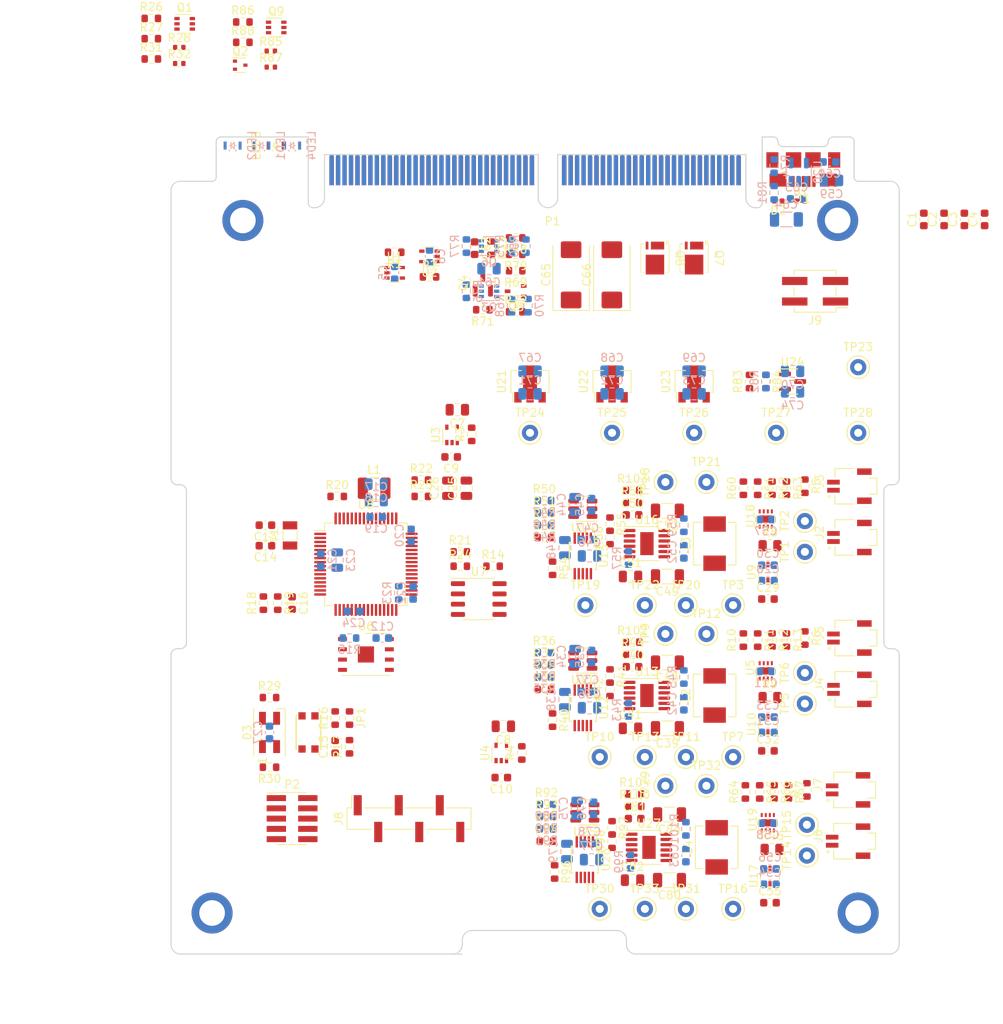
<source format=kicad_pcb>
(kicad_pcb (version 20221018) (generator pcbnew)
  (title_block (date "2023-06-25"))
  (layers (0 "F.Cu" signal) (31 "B.Cu" signal) (34 "B.Paste" user) (35 "F.Paste" user) (36 "B.SilkS" user "B.Silkscreen") (37 "F.SilkS" user "F.Silkscreen") (38 "B.Mask" user) (39 "F.Mask" user) (44 "Edge.Cuts" user))
  (net 0 "")
  (net 1 "GND")
  (net 2 "Net-(C1-Pad2)")
  (net 3 "Net-(C2-Pad2)")
  (net 4 "Net-(C3-Pad2)")
  (net 5 "Net-(C4-Pad2)")
  (net 6 "Net-(U3-V_{DD})")
  (net 7 "Net-(U4-V_{DD})")
  (net 8 "/TEMP_A")
  (net 9 "/TEMP_B")
  (net 10 "/Control/XTAL1")
  (net 11 "/Control/XTAL2")
  (net 12 "/~{RST}")
  (net 13 "/Control/VAA_ADC")
  (net 14 "/Control/VDDCORE")
  (net 15 "LED_VCC")
  (net 16 "+5VA")
  (net 17 "Net-(U12-EXT_CAP)")
  (net 18 "VAA")
  (net 19 "/Y Driver/Adjustable Buck Regulator 1/VSET")
  (net 20 "/Y Driver/Adjustable Buck Regulator 1/INTVCC")
  (net 21 "/Y Driver/Adjustable Buck Regulator 1/BST")
  (net 22 "/Y Driver/Adjustable Buck Regulator 1/SW")
  (net 23 "/Y Driver/VDRV")
  (net 24 "Net-(U15-EXT_CAP)")
  (net 25 "/X Driver/Adjustable Buck Regulator 1/VSET")
  (net 26 "/X Driver/Adjustable Buck Regulator 1/INTVCC")
  (net 27 "/X Driver/Adjustable Buck Regulator 1/BST")
  (net 28 "/X Driver/Adjustable Buck Regulator 1/SW")
  (net 29 "/X Driver/VDRV")
  (net 30 "/5V_USB")
  (net 31 "Net-(Q3A-C1)")
  (net 32 "Net-(Q6A-B1)")
  (net 33 "/VBATT")
  (net 34 "Net-(Q4-D)")
  (net 35 "Net-(J9-Pin_1)")
  (net 36 "Net-(U26-EXT_CAP)")
  (net 37 "/Z Driver/Adjustable Buck Regulator 1/VSET")
  (net 38 "/Z Driver/Adjustable Buck Regulator 1/INTVCC")
  (net 39 "/Z Driver/Adjustable Buck Regulator 1/BST")
  (net 40 "/Z Driver/Adjustable Buck Regulator 1/SW")
  (net 41 "/Z Driver/VDRV")
  (net 42 "/D-")
  (net 43 "/D+")
  (net 44 "Net-(D3-DOUT)")
  (net 45 "Net-(D3-DIN)")
  (net 47 "/X+")
  (net 48 "/X-")
  (net 49 "/X_TEMP")
  (net 50 "/Y+")
  (net 51 "/Y-")
  (net 52 "/Y_TEMP")
  (net 53 "/Z+")
  (net 54 "/Z-")
  (net 55 "/Z_TEMP")
  (net 62 "Net-(JP1-A)")
  (net 63 "/Control/VSW")
  (net 64 "Net-(LED1-K)")
  (net 65 "Net-(LED1-A)")
  (net 66 "Net-(LED2-A)")
  (net 67 "Net-(LED3-K)")
  (net 68 "Net-(LED3-A)")
  (net 69 "Net-(LED4-K)")
  (net 70 "Net-(LED4-A)")
  (net 71 "/Control/SWDIO")
  (net 72 "/Control/SWCLK")
  (net 76 "Net-(Q1A-C1)")
  (net 77 "Net-(Q1B-B2)")
  (net 78 "Net-(Q1A-B1)")
  (net 79 "Net-(Q3B-B2)")
  (net 80 "Net-(Q3A-B1)")
  (net 81 "Net-(Q4-G)")
  (net 82 "Net-(Q4-S)")
  (net 83 "Net-(Q5-B)")
  (net 84 "Net-(Q6A-C1)")
  (net 85 "/Power/~{HRST}")
  (net 86 "Net-(Q7-G)")
  (net 87 "Net-(Q8-G)")
  (net 88 "Net-(Q9B-B2)")
  (net 89 "Net-(Q9A-B1)")
  (net 90 "/TX_4")
  (net 91 "Net-(R1-Pad2)")
  (net 92 "Net-(R2-Pad2)")
  (net 93 "/X Driver/OUT1_SEN")
  (net 94 "/Y Driver/OUT1_SEN")
  (net 95 "/~{Y_HB_SLEEP}")
  (net 96 "Net-(U5-~{SLEEP})")
  (net 97 "/Y_PH_EN")
  (net 98 "Net-(U5-PH)")
  (net 99 "/Y_HB_PH")
  (net 100 "Net-(U5-EN)")
  (net 101 "Net-(U7-~{RESET})")
  (net 102 "/Control/QSPI{slash}CS")
  (net 103 "Net-(SW1-A)")
  (net 104 "/Control/WDT_WDI")
  (net 105 "/~{FAULT}")
  (net 106 "/Control/MISO")
  (net 107 "Net-(U8-PB17)")
  (net 108 "/RX")
  (net 109 "Net-(U8-PB23)")
  (net 110 "/Control/RX_DEBUG")
  (net 111 "LED_PWR")
  (net 112 "/Control/NEOPIXEL_DIN")
  (net 113 "Net-(Q2-B)")
  (net 114 "Net-(Q2-C)")
  (net 115 "/MOSI")
  (net 116 "Net-(U12-SCK)")
  (net 117 "/SCK")
  (net 118 "Net-(U12-DIN)")
  (net 119 "/~{Y_SYNC}")
  (net 120 "Net-(U12-~{SYNC})")
  (net 121 "Net-(U11-DIN)")
  (net 122 "Net-(U11-SCK)")
  (net 123 "Net-(U11-~{SYNC})")
  (net 124 "Net-(U12-SDO)")
  (net 125 "/Y Driver/Adjustable Buck Regulator 1/DAC_VOUT")
  (net 126 "/Y Driver/Adjustable Buck Regulator 1/DPOT_IN")
  (net 127 "/Y_REG_EN")
  (net 128 "Net-(U13-PGOOD)")
  (net 129 "/Z Driver/OUT1_SEN")
  (net 130 "Net-(U15-SCK)")
  (net 131 "Net-(U15-DIN)")
  (net 132 "/~{X_SYNC}")
  (net 133 "Net-(U15-~{SYNC})")
  (net 134 "Net-(U14-DIN)")
  (net 135 "Net-(U14-SCK)")
  (net 136 "Net-(U14-~{SYNC})")
  (net 137 "Net-(U15-SDO)")
  (net 138 "/X Driver/Adjustable Buck Regulator 1/DAC_VOUT")
  (net 139 "/X Driver/Adjustable Buck Regulator 1/DPOT_IN")
  (net 140 "/X_REG_EN")
  (net 141 "Net-(U16-PGOOD)")
  (net 142 "/~{X_HB_SLEEP}")
  (net 143 "Net-(U18-~{SLEEP})")
  (net 144 "/X_PH_EN")
  (net 145 "Net-(U18-PH)")
  (net 146 "/X_HB_PH")
  (net 147 "Net-(U18-EN)")
  (net 148 "/~{Z_HB_SLEEP}")
  (net 149 "Net-(U19-~{SLEEP})")
  (net 150 "/Z_PH_EN")
  (net 151 "Net-(U19-PH)")
  (net 152 "/Z_HB_PH")
  (net 153 "Net-(U19-EN)")
  (net 154 "/HARD_RESET")
  (net 155 "/PWR_EN")
  (net 156 "Net-(U20-~{EN})")
  (net 157 "Net-(U20-~{FLG})")
  (net 158 "Net-(U24-REF)")
  (net 159 "Net-(U26-SCK)")
  (net 160 "Net-(U26-DIN)")
  (net 161 "/~{Z_SYNC}")
  (net 162 "Net-(U26-~{SYNC})")
  (net 163 "Net-(U25-DIN)")
  (net 164 "Net-(U25-SCK)")
  (net 165 "Net-(U25-~{SYNC})")
  (net 166 "Net-(U26-SDO)")
  (net 167 "/Z Driver/Adjustable Buck Regulator 1/DAC_VOUT")
  (net 168 "/Z Driver/Adjustable Buck Regulator 1/DPOT_IN")
  (net 169 "/Z_REG_EN")
  (net 170 "Net-(U27-PGOOD)")
  (net 171 "/X_VRSEN")
  (net 172 "/Y_VRSEN")
  (net 173 "/Z_VRSEN")
  (net 176 "/RX_4")
  (net 181 "/Control/QSPI{slash}DATA1")
  (net 182 "/Control/QSPI{slash}DATA2")
  (net 183 "/Control/QSPI{slash}DATA0")
  (net 184 "/Control/QSPI{slash}SCK")
  (net 185 "/Control/QSPI{slash}DATA3")
  (net 186 "Net-(U7-~{MR})")
  (net 188 "/Control/AIN6")
  (net 189 "/Control/PA12")
  (net 190 "/Control/PA14")
  (net 191 "/Control/PA15")
  (net 192 "/Control/PA16")
  (net 193 "/TX")
  (net 194 "/Control/PA20")
  (net 195 "/Control/TX_DEBUG")
  (net 297 "Net-(R102-Pad2)")
  (net 298 "Net-(R103-Pad2)")
  (net 299 "Net-(R104-Pad2)")
  (net 300 "+3V3D")
  (net 301 "+3V3A")
  (net 302 "+1V65A")
  (footprint "Resistor_SMD:R_0603_1608Metric" (layer "F.Cu") (at 135.127999 81.534 90)
    (fp_text reference "R83")
    (fp_text value "12.4k")
  )
  (footprint "TestPoint:TestPoint_Keystone_5000-5004_Miniature" (layer "F.Cu") (at 142.24 140.208 90)
    (fp_text reference "TP14")
    (fp_text value "${NET_NAME(1)}")
  )
  (footprint "Inductor_SMD:L_Vishay_IHLP-2020" (layer "F.Cu") (at 130.81 101.6 90)
    (fp_text reference "L3")
    (fp_text value "2.2uH")
  )
  (footprint "Resistor_SMD:R_0603_1608Metric" (layer "F.Cu") (at 99.314 102.616)
    (fp_text reference "R21")
    (fp_text value "10k")
  )
  (footprint "Resistor_SMD:R_0603_1608Metric" (layer "F.Cu") (at 136.144 113.538 -90)
    (fp_text reference "R11")
    (fp_text value "1k")
  )
  (footprint "TestPoint:TestPoint_Keystone_5000-5004_Miniature" (layer "F.Cu") (at 116.586 128.016)
    (fp_text reference "TP10")
    (fp_text value "${NET_NAME(1)}")
  )
  (footprint "Resistor_SMD:R_0603_1608Metric" (layer "F.Cu") (at 120.65 96.52)
    (fp_text reference "R58")
    (fp_text value "100k")
  )
  (footprint "SierraLobo:SAMTEC_T1M-02-F-SH-L-K" (layer "F.Cu") (at 145.703 100.838 90)
    (fp_text reference "J2")
    (fp_text value "T1M-02-F-SH-L")
  )
  (footprint "Resistor_SMD:R_0603_1608Metric" (layer "F.Cu") (at 137.922 113.538 -90)
    (fp_text reference "R12")
    (fp_text value "1k")
  )
  (footprint "Resistor_SMD:R_0603_1608Metric" (layer "F.Cu") (at 109.728 116.586)
    (fp_text reference "R37")
    (fp_text value "1k")
  )
  (footprint "Capacitor_SMD:C_0603_1608Metric" (layer "F.Cu") (at 120.904 135.636)
    (fp_text reference "C81")
    (fp_text value "100pF")
  )
  (footprint "Capacitor_SMD:C_0603_1608Metric" (layer "F.Cu") (at 159.228 61.468 90)
    (fp_text reference "C2")
    (fp_text value "0.1uF")
  )
  (footprint "Resistor_SMD:R_0603_1608Metric" (layer "F.Cu") (at 109.982 133.858)
    (fp_text reference "R92")
    (fp_text value "1k")
  )
  (footprint "Resistor_SMD:R_0805_2012Metric" (layer "F.Cu") (at 137.668 120.65)
    (fp_text reference "R9")
    (fp_text value "${R_sense}")
  )
  (footprint "Connector_PinHeader_1.27mm:PinHeader_2x05_P1.27mm_Vertical_SMD" (layer "F.Cu") (at 78.486 135.636)
    (fp_text reference "P2")
    (fp_text value "FTSH-105-01-F-DV-K-TR")
  )
  (footprint "Capacitor_SMD:C_0603_1608Metric" (layer "F.Cu") (at 83.82 126.746 90)
    (fp_text reference "C15")
    (fp_text value "0.1uF")
  )
  (footprint "Resistor_SMD:R_0603_1608Metric" (layer "F.Cu") (at 95.504 68.58)
    (fp_text reference "R2")
    (fp_text value "1k")
  )
  (footprint "Resistor_SMD:R_0603_1608Metric" (layer "F.Cu") (at 139.954 132.334 -90)
    (fp_text reference "R67")
    (fp_text value "1k")
  )
  (footprint "TestPoint:TestPoint_Keystone_5000-5004_Miniature" (layer "F.Cu") (at 118.11 87.884)
    (fp_text reference "TP25")
    (fp_text value "${NET_NAME(1)}")
  )
  (footprint "LED_SMD:LED_SK6812MINI_PLCC4_3.5x3.5mm_P1.75mm" (layer "F.Cu") (at 75.692 124.968 90)
    (fp_text reference "D3")
    (fp_text value "SK6812MINI")
  )
  (footprint "Package_TO_SOT_SMD:SOT-523" (layer "F.Cu") (at 72.06 42.374)
    (fp_text reference "Q2")
    (fp_text value "MMBT3906T")
  )
  (footprint "Resistor_SMD:R_0603_1608Metric" (layer "F.Cu") (at 142.24 132.08 90)
    (fp_text reference "R7")
    (fp_text value "10k")
  )
  (footprint "Resistor_SMD:R_0603_1608Metric" (layer "F.Cu") (at 75.692 129.273 180)
    (fp_text reference "R30")
    (fp_text value "10k")
  )
  (footprint "Capacitor_SMD:C_0603_1608Metric" (layer "F.Cu") (at 75.184 99.314 180)
    (fp_text reference "C13")
    (fp_text value "8pF")
  )
  (footprint "Capacitor_SMD:C_1206_3216Metric" (layer "F.Cu") (at 125.222 135.128 180)
    (fp_text reference "C84")
    (fp_text value "22uF")
  )
  (footprint "Capacitor_SMD:C_0603_1608Metric" (layer "F.Cu") (at 101.092001 65.023999 -90)
    (fp_text reference "C62")
    (fp_text value "0.1uF")
  )
  (footprint "Resistor_SMD:R_0603_1608Metric" (layer "F.Cu") (at 103.124001 65.023999 -90)
    (fp_text reference "R73")
    (fp_text value "100k")
  )
  (footprint "SierraLobo:SAMTEC_T1M-02-F-SH-L-K" (layer "F.Cu") (at 145.703 119.634 90)
    (fp_text reference "J4")
    (fp_text value "T1M-02-F-SH-L")
  )
  (footprint "Package_TO_SOT_SMD:TSOT-23-6" (layer "F.Cu") (at 114.742 134.874 180)
    (fp_text reference "U25")
    (fp_text value "DAC121S101Q")
  )
  (footprint "SierraLobo:PG-TSDSON-8_3.3x3.3mm" (layer "F.Cu") (at 128.27 66.2515 180)
    (fp_text reference "Q7")
    (fp_text value "BSZ180" hide)
  )
  (footprint "TestPoint:TestPoint_Keystone_5000-5004_Miniature" (layer "F.Cu") (at 122.174 109.22)
    (fp_text reference "TP22")
    (fp_text value "${NET_NAME(1)}")
  )
  (footprint "Resistor_SMD:R_0603_1608Metric" (layer "F.Cu") (at 91.186 65.531999 180)
    (fp_text reference "R1")
    (fp_text value "1k")
  )
  (footprint "SierraLobo:125mil_hole" (layer "F.Cu") (at 148.59 147.32)
    (fp_text reference "H4" hide)
    (fp_text value "SLI-Backplane-Blank-Card-KiCad:125mil_hole" hide)
  )
  (footprint "Resistor_SMD:R_0603_1608Metric" (layer "F.Cu") (at 120.65 115.316)
    (fp_text reference "R44")
    (fp_text value "100k")
  )
  (footprint "TestPoint:TestPoint_Keystone_5000-5004_Miniature" (layer "F.Cu") (at 129.794 131.572)
    (fp_text reference "TP32")
    (fp_text value "${NET_NAME(1)}")
  )
  (footprint "TestPoint:TestPoint_Keystone_5000-5004_Miniature" (layer "F.Cu") (at 122.174 146.812)
    (fp_text reference "TP33")
    (fp_text value "${NET_NAME(1)}")
  )
  (footprint "Package_SO:MSOP-10_3x3mm_P0.5mm" (layer "F.Cu") (at 114.488 121.92 -90)
    (fp_text reference "U12")
    (fp_text value "AD5270BRM")
  )
  (footprint "SierraLobo:SAMTEC_T1M-02-F-SH-L-K" (layer "F.Cu") (at 145.542 132.08 90)
    (fp_text reference "J7")
    (fp_text value "T1M-02-F-SH-L")
  )
  (footprint "Resistor_SMD:R_0603_1608Metric" (layer "F.Cu") (at 134.366 94.742 90)
    (fp_text reference "R60")
    (fp_text value "100k")
  )
  (footprint "Resistor_SMD:R_0603_1608Metric" (layer "F.Cu") (at 72.39 39.544)
    (fp_text reference "R88")
    (fp_text value "10k")
  )
  (footprint "Capacitor_SMD:C_0603_1608Metric" (layer "F.Cu") (at 78.486 108.966 -90)
    (fp_text reference "C16")
    (fp_text value "0.1uF")
  )
  (footprint "Resistor_SMD:R_0603_1608Metric" (layer "F.Cu") (at 109.982 135.382)
    (fp_text reference "R93")
    (fp_text value "1k")
  )
  (footprint "Resistor_SMD:R_0603_1608Metric" (layer "F.Cu") (at 74.93 108.966 90)
    (fp_text reference "R18")
    (fp_text value "330k")
  )
  (footprint "Resistor_SMD:R_0402_1005Metric" (layer "F.Cu") (at 64.514 42.164)
    (fp_text reference "R32")
    (fp_text value "1.5k")
  )
  (footprint "TestPoint:TestPoint_Keystone_5000-5004_Miniature" (layer "F.Cu") (at 122.174 128.016)
    (fp_text reference "TP13")
    (fp_text value "${NET_NAME(1)}")
  )
  (footprint "Resistor_SMD:R_0603_1608Metric" (layer "F.Cu") (at 102.108001 72.644001 180)
    (fp_text reference "R71")
    (fp_text value "1k")
  )
  (footprint "Resistor_SMD:R_0603_1608Metric" (layer "F.Cu") (at 139.7 94.742 -90)
    (fp_text reference "R63")
    (fp_text value "1k")
  )
  (footprint "Package_TO_SOT_SMD:SOT-353_SC-70-5" (layer "F.Cu") (at 91.186 68.072)
    (fp_text reference "U1")
    (fp_text value "74LVC1G17")
  )
  (footprint "TestPoint:TestPoint_Keystone_5000-5004_Miniature" (layer "F.Cu") (at 124.714 93.98 90)
    (fp_text reference "TP18")
    (fp_text value "${NET_NAME(1)}")
  )
  (footprint "Resistor_SMD:R_0603_1608Metric" (layer "F.Cu") (at 109.728 100.838)
    (fp_text reference "R52")
    (fp_text value "1k")
  )
  (footprint "Capacitor_SMD:C_1206_3216Metric" (layer "F.Cu") (at 124.968 97.536 180)
    (fp_text reference "C53")
    (fp_text value "22uF")
  )
  (footprint "TestPoint:TestPoint_Keystone_5000-5004_Miniature" (layer "F.Cu") (at 141.986 102.616 90)
    (fp_text reference "TP1")
    (fp_text value "${NET_NAME(1)}")
  )
  (footprint "Capacitor_SMD:C_0805_2012Metric" (layer "F.Cu") (at 120.65 143.256)
    (fp_text reference "C82")
    (fp_text value "1uF")
  )
  (footprint "Resistor_SMD:R_0603_1608Metric" (layer "F.Cu") (at 120.904 132.588)
    (fp_text reference "R104")
    (fp_text value "0")
  )
  (footprint "TestPoint:TestPoint_Keystone_5000-5004_Miniature" (layer "F.Cu") (at 148.59 79.756)
    (fp_text reference "TP23")
    (fp_text value "${NET_NAME(1)}")
  )
  (footprint "TestPoint:TestPoint_Keystone_5000-5004_Miniature" (layer "F.Cu") (at 127.254 109.22)
    (fp_text reference "TP20")
    (fp_text value "${NET_NAME(1)}")
  )
  (footprint "Resistor_SMD:R_0603_1608Metric" (layer "F.Cu") (at 109.728 99.314)
    (fp_text reference "R53")
    (fp_text value "10k")
  )
  (footprint "Package_TO_SOT_SMD:SOT-323_SC-70" (layer "F.Cu") (at 106.172 70.358 180)
    (fp_text reference "Q5")
    (fp_text value "MMBT4401WT1G")
  )
  (footprint "Resistor_SMD:R_0603_1608Metric" (layer "F.Cu") (at 84.074 95.758)
    (fp_text reference "R20")
    (fp_text value "10k")
  )
  (footprint "Capacitor_SMD:C_0603_1608Metric" (layer "F.Cu") (at 75.184 101.854 180)
    (fp_text reference "C14")
    (fp_text value "8pF")
  )
  (footprint "Resistor_SMD:R_0603_1608Metric" (layer "F.Cu") (at 85.598 126.746 90)
    (fp_text reference "R17")
    (fp_text value "10k")
  )
  (footprint "Package_TO_SOT_SMD:TSOT-23-6" (layer "F.Cu") (at 114.488 97.282 180)
    (fp_text reference "U14")
    (fp_text value "DAC121S101Q")
  )
  (footprint "Resistor_SMD:R_0402_1005Metric" (layer "F.Cu") (at 64.514 40.174)
    (fp_text reference "R28")
    (fp_text value "1.5k")
  )
  (footprint "Resistor_SMD:R_0603_1608Metric" (layer "F.Cu") (at 117.856 99.188 -90)
    (fp_text reference "R55")
    (fp_text value "0")
  )
  (footprint "Resistor_SMD:R_0603_1608Metric" (layer "F.Cu") (at 120.65 94.996)
    (fp_text reference "R103")
    (fp_text value "0")
  )
  (footprint "Resistor_SMD:R_0603_1608Metric" (layer "F.Cu") (at 106.172001 72.898)
    (fp_text reference "R72")
    (fp_text value "100k")
  )
  (footprint "Package_TO_SOT_SMD:SOT-363_SC-70-6" (layer "F.Cu") (at 137.414 105.156 90)
    (fp_text reference "U9")
    (fp_text value "INA199A2xDCK")
  )
  (footprint "TestPoint:TestPoint_Keystone_5000-5004_Miniature" (layer "F.Cu") (at 128.27 87.884)
    (fp_text reference "TP26")
    (fp_text value "${NET_NAME(1)}")
  )
  (footprint "Inductor_SMD:L_Vishay_IHLP-2020" (layer "F.Cu") (at 130.81 120.396 90)
    (fp_text reference "L2")
    (fp_text value "2.2uH")
  )
  (footprint "TestPoint:TestPoint_Keystone_5000-5004_Miniature" (layer "F.Cu") (at 138.43 87.884)
    (fp_text reference "TP27")
    (fp_text value "${NET_NAME(1)}")
  )
  (footprint "SierraLobo:ZX62-AB-5PA(31)" (layer "F.Cu") (at 141.789 51.302 180)
    (fp_text reference "J1")
    (fp_text value "ZX62-AB-5PA(31)")
  )
  (footprint "TestPoint:TestPoint_Keystone_5000-5004_Miniature" (layer "F.Cu") (at 141.986 121.412 90)
    (fp_text reference "TP5")
    (fp_text value "${NET_NAME(1)}")
  )
  (footprint "SierraLobo:SAMTEC_T1M-02-F-SH-L-K" (layer "F.Cu") (at 145.542 138.43 90)
    (fp_text reference "J6")
    (fp_text value "T1M-02-F-SH-L")
  )
  (footprint "Resistor_SMD:R_0603_1608Metric" (layer "F.Cu") (at 109.728 96.266)
    (fp_text reference "R50")
    (fp_text value "1k")
  )
  (footprint "Resistor_SMD:R_0603_1608Metric" (layer "F.Cu") (at 141.987 94.488 -90)
    (fp_text reference "R5")
    (fp_text value "10k")
  )
  (footprint "Resistor_SMD:R_0805_2012Metric" (layer "F.Cu") (at 137.922 139.446)
    (fp_text reference "R46")
    (fp_text value "${R_sense}")
  )
  (footprint "SierraLobo:Crystal_SMD_3215-2Pin_3.2x1.5mm" (layer "F.Cu") (at 78.232 100.584 90)
    (fp_text reference "Y1")
    (fp_text value "32.768kHz")
  )
  (footprint "Package_SON:WSON-8-1EP_2x2mm_P0.5mm_EP0.9x1.6mm" (layer "F.Cu") (at 137.395 136.144 90)
    (fp_text reference "U19")
    (fp_text value "DRV8838DSGT")
  )
  (footprint "Package_TO_SOT_SMD:SOT-353_SC-70-5" (layer "F.Cu") (at 98.298 88.138 90)
    (fp_text reference "U3")
    (fp_text value "MCP9700AT-E/LT")
  )
  (footprint "Package_TO_SOT_SMD:SOT-363_SC-70-6" (layer "F.Cu") (at 76.52 37.704)
    (fp_text reference "Q9")
    (fp_text value "MMDT2222A")
  )
  (footprint "SierraLobo:APA2107x" (layer "F.Cu") (at 76.454 52.324 90)
    (fp_text reference "LED3")
    (fp_text value "GREEN")
  )
  (footprint "Resistor_SMD:R_0603_1608Metric" (layer "F.Cu") (at 134.366 113.538 90)
    (fp_text reference "R10")
    (fp_text value "100k")
  )
  (footprint "SierraLobo:125mil_hole" (layer "F.Cu") (at 68.58 147.32)
    (fp_text reference "H3" hide)
    (fp_text value "SLI-Backplane-Blank-Card-KiCad:125mil_hole" hide)
  )
  (footprint "Resistor_SMD:R_0603_1608Metric" (layer "F.Cu") (at 110.744 104.648 -90)
    (fp_text reference "R54")
    (fp_text value "10k")
  )
  (footprint "SierraLobo:HSEC8-160-CARD-EDGE" (layer "F.Cu") (at 108.983811 53.43716)
    (fp_text reference "P1")
    (fp_text value "Card Edge for HSEC8-160-01-S-DV-A-K-TR")
  )
  (footprint "TestPoint:TestPoint_Keystone_5000-5004_Miniature" (layer "F.Cu") (at 141.986 117.602 90)
    (fp_text reference "TP6")
    (fp_text value "${NET_NAME(1)}")
  )
  (footprint "TestPoint:TestPoint_Keystone_5000-5004_Miniature" (layer "F.Cu") (at 114.808 109.22)
    (fp_text reference "TP19")
    (fp_text value "${NET_NAME(1)}")
  )
  (footprint "Resistor_SMD:R_0603_1608Metric" (layer "F.Cu") (at 109.982 138.43)
    (fp_text reference "R94")
    (fp_text value "1k")
  )
  (footprint "Connector_PinHeader_2.54mm:PinHeader_1x06_P2.54mm_Vertical_SMD_Pin1Right" (layer "F.Cu") (at 92.964 135.636 90)
    (fp_text reference "J8")
    (fp_text value "Conn_01x06")
  )
  (footprint "Capacitor_SMD:C_0603_1608Metric" (layer "F.Cu") (at 137.414 127.254)
    (fp_text reference "C32")
    (fp_text value "0.1uF")
  )
  (footprint "Resistor_SMD:R_0603_1608Metric" (layer "F.Cu") (at 85.598 123.19 -90)
    (fp_text reference "JP1")
    (fp_text value "Wire Cut Jumper")
  )
  (footprint "Resistor_SMD:R_0603_1608Metric" (layer "F.Cu") (at 61.054 36.584)
    (fp_text reference "R26")
    (fp_text value "10k")
  )
  (footprint "Resistor_SMD:R_0603_1608Metric" (layer "F.Cu") (at 110.744 123.444 -90)
    (fp_text reference "R40")
    (fp_text value "10k")
  )
  (footprint "Capacitor_SMD:C_0805_2012Metric" (layer "F.Cu") (at 97.79 94.742 90)
    (fp_text reference "C26")
    (fp_text value "10uF")
  )
  (footprint "Resistor_SMD:R_0603_1608Metric" (layer "F.Cu") (at 61.054 39.094)
    (fp_text reference "R27")
    (fp_text value "10k")
  )
  (footprint "Capacitor_Tantalum_SMD:CP_EIA-7343-43_Kemet-X" (layer "F.Cu") (at 118.086 68.326 90)
    (fp_text reference "C66")
    (fp_text value "47uF")
  )
  (footprint "TestPoint:TestPoint_Keystone_5000-5004_Miniature" (layer "F.Cu") (at 129.794 112.776)
    (fp_text reference "TP12")
    (fp_text value "${NET_NAME(1)}")
  )
  (footprint "SierraLobo:125mil_hole" (layer "F.Cu") (at 146.05 61.595)
    (fp_text reference "H2" hide)
    (fp_text value "SLI-Backplane-Blank-Card-KiCad:125mil_hole" hide)
  )
  (footprint "Capacitor_Tantalum_SMD:CP_EIA-7343-43_Kemet-X" (layer "F.Cu") (at 113.0405 68.326 90)
    (fp_text reference "C65")
    (fp_text value "47uF")
  )
  (footprint "Package_DFN_QFN:DFN-8-1EP_6x5mm_P1.27mm_EP2x2mm" (layer "F.Cu") (at 87.63 115.316)
    (fp_text reference "U6")
    (fp_text value "MR25H10MDF")
  )
  (footprint "Capacitor_SMD:C_0603_1608Metric" (layer "F.Cu") (at 120.65 98.044)
    (fp_text reference "C50")
    (fp_text value "100pF")
  )
  (footprint "Resistor_SMD:R_0603_1608Metric" (layer "F.Cu") (at 106.172001 65.786 180)
    (fp_text reference "R79")
    (fp_text value "1k")
  )
  (footprint "TestPoint:TestPoint_Keystone_5000-5004_Miniature" (layer "F.Cu") (at 107.95 87.884)
    (fp_text reference "TP24")
    (fp_text value "${NET_NAME(1)}")
  )
  (footprint "TestPoint:TestPoint_Keystone_5000-5004_Miniature" (layer "F.Cu") (at 124.714 112.776 90)
    (fp_text reference "TP9")
    (fp_text value "${NET_NAME(1)}")
  )
  (footprint "Resistor_SMD:R_0603_1608Metric" (layer "F.Cu") (at 134.62 132.334 90)
    (fp_text reference "R64")
    (fp_text value "100k")
  )
  (footprint "Package_TO_SOT_SMD:SOT-23" (layer "F.Cu") (at 140.462 81.534)
    (fp_text reference "U24")
    (fp_text value "ATL431BQ")
  )
  (footprint "TestPoint:TestPoint_Keystone_5000-5004_Miniature" (layer "F.Cu") (at 124.714 131.572 90)
    (fp_text reference "TP29")
    (fp_text value "${NET_NAME(1)}")
  )
  (footprint "Package_SO:MSOP-12-1EP_3x4mm_P0.65mm_EP1.65x2.85mm" (layer "F.Cu") (at 122.428 120.396)
    (fp_text reference "U13")
    (fp_text value "LTC3600")
  )
  (footprint "Inductor_SMD:L_Vishay_IHLP-2020" (layer "F.Cu") (at 131.064 139.192 90)
    (fp_text reference "L4")
    (fp_text value "2.2uH")
  )
  (footprint "Resistor_SMD:R_0603_1608Metric" (layer "F.Cu") (at 106.172001 63.754 180)
    (fp_text reference "R78")
    (fp_text value "1k")
  )
  (footprint "Package_TO_SOT_SMD:SOT-89-3" (layer "F.Cu") (at 118.11 81.534 90)
    (fp_text reference "U22")
    (fp_text value "MCP1700T-50")
  )
  (footprint "Resistor_SMD:R_0603_1608Metric" (layer "F.Cu") (at 103.378 104.394)
    (fp_text reference "R14")
    (fp_text value "10k")
  )
  (footprint "Capacitor_SMD:C_1206_3216Metric" (layer "F.Cu") (at 124.968 105.664 180)
    (fp_text reference "C49")
    (fp_text value "22uF")
  )
  (footprint "SierraLobo:PG-TSDSON-8_3.3x3.3mm" (layer "F.Cu") (at 123.42 66.2515 180)
    (fp_text reference "Q8")
    (fp_text value "BSZ180" hide)
  )
  (footprint "Capacitor_SMD:C_0603_1608Metric" (layer "F.Cu") (at 104.394 130.555999 180)
    (fp_text reference "C10")
    (fp_text value "0.1uF")
  )
  (footprint "TestPoint:TestPoint_Keystone_5000-5004_Miniature" (layer "F.Cu") (at 142.24 136.398 90)
    (fp_text reference "TP15")
    (fp_text value "${NET_NAME(1)}")
  )
  (footprint "Package_TO_SOT_SMD:SOT-89-3" (layer "F.Cu") (at 107.95 81.534 90)
    (fp_text reference "U21")
    (fp_text value "MCP1700T-33")
  )
  (footprint "SierraLobo:SAMTEC_T1M-02-F-SH-L-K" (layer "F.Cu") (at 145.703 113.284 90)
    (fp_text reference "J5")
    (fp_text value "T1M-02-F-SH-L")
  )
  (footprint "Resistor_SMD:R_0603_1608Metric" (layer "F.Cu") (at 94.488 93.726)
    (fp_text reference "R22")
    (fp_text value "10k")
  )
  (footprint "Resistor_SMD:R_0603_1608Metric" (layer "F.Cu") (at 120.904 134.112)
    (fp_text reference "R100")
    (fp_text value "100k")
  )
  (footprint "Resistor_SMD:R_0603_1608Metric" (layer "F.Cu") (at 117.856 119.634 90)
    (fp_text reference "R42")
    (fp_text value "0")
  )
  (footprint "Resistor_SMD:R_0603_1608Metric" (layer "F.Cu") (at 72.39 37.034)
    (fp_text reference "R86")
    (fp_text value "10k")
  )
  (footprint "Resistor_SMD:R_0603_1608Metric" (layer "F.Cu") (at 109.728 118.11)
    (fp_text reference "R39")
    (fp_text value "10k")
  )
  (footprint "Package_SO:MSOP-12-1EP_3x4mm_P0.65mm_EP1.65x2.85mm" (layer "F.Cu") (at 122.682 139.192)
    (fp_text reference "U27")
    (fp_text value "LTC3600")
  )
  (footprint "Capacitor_SMD:C_0603_1608Metric" (layer "F.Cu") (at 98.186 90.866 180)
    (fp_text reference "C9")
    (fp_text value "0.1uF")
  )
  (footprint "SierraLobo:D_0402_1005Metric" (layer "F.Cu") (at 138.684 59.182 180)
    (fp_text reference "D2")
    (fp_text value "ESD321DPYR")
  )
  (footprint "Resistor_SMD:R_0603_1608Metric" (layer "F.Cu") (at 100.726 88.072 90)
    (fp_text reference "R3")
    (fp_text value "220")
  )
  (footprint "Resistor_SMD:R_0603_1608Metric" (layer "F.Cu") (at 117.856 100.838 90)
    (fp_text reference "R56")
    (fp_text value "0")
  )
  (footprint "Package_TO_SOT_SMD:SOT-353_SC-70-5" (layer "F.Cu") (at 104.394 127.508 90)
    (fp_text reference "U4")
    (fp_text value "MCP9700AT-E/LT")
  )
  (footprint "SierraLobo:D_0402_1005Metric" (layer "F.Cu") (at 141.478 59.182)
    (fp_text reference "D1")
    (fp_text value "ESD321DPYR")
  )
  (footprint "Package_TO_SOT_SMD:SOT-363_SC-70-6" (layer "F.Cu") (at 137.414 123.952 90)
    (fp_text reference "U10")
    (fp_text value "INA199A2xDCK")
  )
  (footprint "Capacitor_SMD:C_0805_2012Metric" (layer "F.Cu") (at 100.076 94.742 90)
    (fp_text reference "C25")
    (fp_text value "10uF")
  )
  (footprint "Resistor_SMD:R_0603_1608Metric" (layer "F.Cu") (at 83.82 123.19 90)
    (fp_text reference "R16")
    (fp_text value "330")
  )
  (footprint "Resistor_SMD:R_0603_1608Metric" (layer "F.Cu") (at 141.986 113.284 -90)
    (fp_text reference "R6")
    (fp_text value "10k")
  )
  (footprint "Resistor_SMD:R_0402_1005Metric" (layer "F.Cu") (at 75.85 40.624)
    (fp_text reference "R85")
    (fp_text value "1.5k")
  )
  (footprint "Resistor_SMD:R_0603_1608Metric" (layer "F.Cu") (at 117.856 117.984 -90)
    (fp_text reference "R41")
    (fp_text value "0")
  )
  (footprint "TestPoint:TestPoint_Keystone_5000-5004_Miniature" (layer "F.Cu") (at 127.254 146.812)
    (fp_text reference "TP31")
    (fp_text value "${NET_NAME(1)}")
  )
  (footprint "Resistor_SMD:R_0603_1608Metric" (layer "F.Cu") (at 75.692 120.65)
    (fp_text reference "R29")
    (fp_text value "499")
  )
  (footprint "TestPoint:TestPoint_Keystone_5000-5004_Miniature" (layer "F.Cu") (at 133.096 146.812)
    (fp_text reference "TP16")
    (fp_text value "${NET_NAME(1)}")
  )
  (footprint "Package_TO_SOT_SMD:SOT-89-3" (layer "F.Cu") (at 128.27 81.534 90)
    (fp_text reference "U23")
    (fp_text value "MCP1700T-33")
  )
  (footprint "Resistor_SMD:R_0603_1608Metric" (layer "F.Cu") (at 120.65 113.792)
    (fp_text reference "R102")
    (fp_text value "0")
  )
  (footprint "Resistor_SMD:R_0603_1608Metric" (layer "F.Cu") (at 61.054 41.604)
    (fp_text reference "R31")
    (fp_text value "10k")
  )
  (footprint "Resistor_SMD:R_0603_1608Metric" (layer "F.Cu") (at 138.176 132.334 -90)
    (fp_text reference "R66")
    (fp_text value "1k")
  )
  (footprint "TestPoint:TestPoint_Keystone_5000-5004_Miniature" (layer "F.Cu") (at 133.096 109.22)
    (fp_text reference "TP3")
    (fp_text value "${NET_NAME(1)}")
  )
  (footprint "Package_SON:WSON-8-1EP_2x2mm_P0.5mm_EP0.9x1.6mm" (layer "F.Cu") (at 137.141 117.348 90)
    (fp_text reference "U5")
    (fp_text value "DRV8838DSGT")
  )
  (footprint "Resistor_SMD:R_0603_1608Metric" (layer "F.Cu") (at 109.728 97.79)
    (fp_text reference "R51")
    (fp_text value "1k")
  )
  (footprint "TestPoint:TestPoint_Keystone_5000-5004_Miniature" (layer "F.Cu") (at 129.794 93.98)
    (fp_text reference "TP21")
    (fp_text value "${NET_NAME(1)}")
  )
  (footprint "Package_SO:SO-8_3.9x4.9mm_P1.27mm" (layer "F.Cu") (at 101.6 108.458)
    (fp_text reference "U7")
    (fp_text value "MAX708RESA-T")
  )
  (footprint "Package_TO_SOT_SMD:SOT-363_SC-70-6" (layer "F.Cu") (at 65.184 37.254)
    (fp_text reference "Q1")
    (fp_text value "MMDT2222A")
  )
  (footprint "Capacitor_SMD:C_1206_3216Metric" (layer "F.Cu") (at 125.222 143.256 180)
    (fp_text reference "C80")
    (fp_text value "22uF")
  )
  (footprint "Package_TO_SOT_SMD:TSOT-23-6" (layer "F.Cu") (at 114.488 116.078 180)
    (fp_text reference "U11")
    (fp_text value "DAC121S101Q")
  )
  (footprint "Package_TO_SOT_SMD:SOT-363_SC-70-6" (layer "F.Cu") (at 137.668 142.748 90)
    (fp_text reference "U17")
    (fp_text value "INA199A2xDCK")
  )
  (footprint "SierraLobo:SAMTEC_T1M-02-F-SH-L-K" (layer "F.Cu") (at 145.703 94.488 90)
    (fp_text reference "J3")
    (fp_text value "T1M-02-F-SH-L")
  )
  (footprint "Capacitor_SMD:C_1206_3216Metric" (layer "F.Cu") (at 124.968 116.332 180)
    (fp_text reference "C43")
    (fp_text value "22uF")
  )
  (footprint "Resistor_SMD:R_0603_1608Metric" (layer "F.Cu") (at 136.144 94.742 -90)
    (fp_text reference "R61")
    (fp_text value "1k")
  )
  (footprint "Capacitor_SMD:C_0603_1608Metric" (layer "F.Cu") (at 120.65 116.84)
    (fp_text reference "C40")
    (fp_text value "100pF")
  )
  (footprint "Resistor_SMD:R_0603_1608Metric" (layer "F.Cu") (at 110.998 142.24 -90)
    (fp_text reference "R96")
    (fp_text value "10k")
  )
  (footprint "Capacitor_SMD:C_0603_1608Metric" (layer "F.Cu") (at 164.248 61.468 90)
    (fp_text reference "C4")
    (fp_text value "0.1uF")
  )
  (footprint "Inductor_SMD:L_1210_3225Metric" (layer "F.Cu") (at 88.646 94.742)
    (fp_text reference "L1")
    (fp_text value "10uH")
  )
  (footprint "Capacitor_SMD:C_0805_2012Metric" (layer "F.Cu") (at 120.396 105.664)
    (fp_text reference "C51")
    (fp_text value "1uF")
  )
  (footprint "Package_SO:MSOP-12-1EP_3x4mm_P0.65mm_EP1.65x2.85mm" (layer "F.Cu") (at 122.428 101.6)
    (fp_text reference "U16")
    (fp_text value "LTC3600")
  )
  (footprint "Resistor_SMD:R_0603_1608Metric" (layer "F.Cu") (at 109.982 136.906)
    (fp_text reference "R95")
    (fp_text value "10k")
  )
  (footprint "Capacitor_SMD:C_0603_1608Metric" (layer "F.Cu") (at 161.738 61.468 90)
    (fp_text reference "C3")
    (fp_text value "0.1uF")
  )
  (footprint "Connector_PinHeader_2.54mm:PinHeader_2x02_P2.54mm_Vertical_SMD" (layer "F.Cu") (at 143.256 70.358 180)
    (fp_text reference "J9")
    (fp_text value "Conn_02x02_Top_Bottom")
  )
  (footprint "Resistor_SMD:R_0603_1608Metric" (layer "F.Cu") (at 99.314 104.394)
    (fp_text reference "R24")
    (fp_text value "1k")
  )
  (footprint "Capacitor_SMD:C_0603_1608Metric" (layer "F.Cu") (at 137.668 146.05)
    (fp_text reference "C55")
    (fp_text value "0.1uF")
  )
  (footprint "Resistor_SMD:R_0402_1005Metric" (layer "F.Cu") (at 75.85 42.614)
    (fp_text reference "R87")
    (fp_text value "1.5k")
  )
  (footprint "Resistor_SMD:R_0603_1608Metric" (layer "F.Cu") (at 106.934 127.508 90)
    (fp_text reference "R4")
    (fp_text value "220")
  )
  (footprint "Package_SO:MSOP-10_3x3mm_P0.5mm" (layer "F.Cu") (at 114.742 140.716 -90)
    (fp_text reference "U26")
    (fp_text value "AD5270BRM")
  )
  (footprint "Capacitor_SMD:C_0603_1608Metric" (layer "F.Cu") (at 156.718 61.468 90)
    (fp_text reference "C1")
    (fp_text value "0.1uF")
  )
  (footprint "Package_TO_SOT_SMD:SOT-353_SC-70-5" (layer "F.Cu") (at 95.504 66.04 180)
    (fp_text reference "U2")
    (fp_text value "74LVC1G17")
  )
  (footprint "TestPoint:TestPoint_Keystone_5000-5004_Miniature" (layer "F.Cu") (at 133.096 128.016)
    (fp_text reference "TP7")
    (fp_text value "${NET_NAME(1)}")
  )
  (footprint "TestPoint:TestPoint_Keystone_5000-5004_Miniature" (layer "F.Cu") (at 141.986 98.806 90)
    (fp_text reference "TP2")
    (fp_text value "${NET_NAME(1)}")
  )
  (footprint "Resistor_SMD:R_0603_1608Metric" (layer "F.Cu") (at 118.11 138.43 90)
    (fp_text reference "R98")
    (fp_text value "0")
  )
  (footprint "Capacitor_SMD:C_0805_2012Metric" (layer "F.Cu") (at 120.396 124.46)
    (fp_text reference "C41")
    (fp_text value "1uF")
  )
  (footprint "SierraLobo:125mil_hole" (layer "F.Cu") (at 72.39 61.595)
    (fp_text reference "H1" hide)
    (fp_text value "SLI-Backplane-Blank-Card-KiCad:125mil_hole" hide)
  )
  (footprint "Package_SO:MSOP-10_3x3mm_P0.5mm" (layer "F.Cu") (at 114.488 103.124 -90)
    (fp_text reference "U15")
    (fp_text value "AD5270BRM")
  )
  (footprint "TestPoint:TestPoint_Keystone_5000-5004_Miniature" (layer "F.Cu") (at 127.254 128.016)
    (fp_text reference "TP11")
    (fp_text value "${NET_NAME(1)}")
  )
  (footprint "Resistor_SMD:R_0603_1608Metric" (layer "F.Cu") (at 109.728 119.634)
    (fp_text reference "R38")
    (fp_text value "1k")
  )
  (footprint "Resistor_SMD:R_0603_1608Metric" (layer "F.Cu") (at 139.7 113.538 -90)
    (fp_text reference "R13")
    (fp_text value "1k")
  )
  (footprint "Resistor_SMD:R_0603_1608Metric" (layer "F.Cu") (at 137.159999 81.534 -90)
    (fp_text reference "R84")
    (fp_text value "4.1k")
  )
  (footprint "Package_TO_SOT_SMD:SOT-23" (layer "F.Cu") (at 102.108001 69.342 90)
    (fp_text reference "Q4")
    (fp_text value "IRLML2803")
  )
  (footprint "Resistor_SMD:R_0603_1608Metric" (layer "F.Cu") (at 109.728 115.062)
    (fp_text reference "R36")
    (fp_text value "1k")
  )
  (footprint "SierraLobo:KMR2_4.6X2.8" (layer "F.Cu") (at 80.518 124.968 90)
    (fp_text reference "SW1" hide)
    (fp_text value "KMR231NG LFS" hide)
  )
  (footprint "Capacitor_SMD:C_0805_2012Metric" (layer "F.Cu") (at 98.948 85.024 180)
    (fp_text reference "C7")
    (fp_text value "1uF")
  )
  (footprint "Resistor_SMD:R_0603_1608Metric" (layer "F.Cu") (at 137.922 94.742 -90)
    (fp_text reference "R62")
    (fp_text value "1k")
  )
  (footprint "Package_SON:WSON-8-1EP_2x2mm_P0.5mm_EP0.9x1.6mm" (layer "F.Cu") (at 137.141 98.552 90)
    (fp_text reference "U18")
    (fp_text value "DRV8838DSGT")
  )
  (footprint "Resistor_SMD:R_0603_1608Metric" (layer "F.Cu") (at 94.488 95.758)
    (fp_text reference "R25")
    (fp_text value "1k")
  )
  (footprint "Capacitor_SMD:C_0603_1608Metric" (layer "F.Cu") (at 137.414 108.458)
    (fp_text reference "C29")
    (fp_text value "0.1uF")
  )
  (footprint "Resistor_SMD:R_0603_1608Metric" (layer "F.Cu") (at 136.398 132.334 -90)
    (fp_text reference "R65")
    (fp_text value "1k")
  )
  (footprint "Resistor_SMD:R_0603_1608Metric" (layer "F.Cu") (at 76.708 108.966 -90)
    (fp_text reference "R19")
    (fp_text value "110k")
  )
  (footprint "Package_QFP:TQFP-64_10x10mm_P0.5mm" (layer "F.Cu") (at 87.63 104.14)
    (fp_text reference "U8")
    (fp_text value "ATSAMD51J20A-A")
  )
  (footprint "TestPoint:TestPoint_Keystone_5000-5004_Miniature" (layer "F.Cu") (at 116.586 146.812)
    (fp_text reference "TP30")
    (fp_text value "${NET_NAME(1)}")
  )
  (footprint "Resistor_SMD:R_0603_1608Metric" (layer "F.Cu") (at 118.11 136.78 -90)
    (fp_text reference "R97")
    (fp_text value "0")
  )
  (footprint "TestPoint:TestPoint_Keystone_5000-5004_Miniature" (layer "F.Cu") (at 148.59 87.884)
    (fp_text reference "TP28")
    (fp_text value "${NET_NAME(1)}")
  )
  (footprint "Resistor_SMD:R_0805_2012Metric" (layer "F.Cu") (at 137.668 101.854)
    (fp_text reference "R8")
    (fp_text value "${R_sense}")
  )
  (footprint "Capacitor_SMD:C_1206_3216Metric" (layer "F.Cu") (at 124.968 124.46 180)
    (fp_text reference "C39")
    (fp_text value "22uF")
  )
  (footprint "Capacitor_SMD:C_0805_2012Metric" (layer "F.Cu") (at 104.648001 124.206 180)
    (fp_text reference "C8")
    (fp_text value "1uF")
  )
  (footprint "Resistor_SMD:R_0603_1608Metric" (layer "F.Cu") (at 106.172001 67.818 180)
    (fp_text reference "R69")
    (fp_text value "100k")
  )
  (footprint "Capacitor_SMD:C_0603_1608Metric" (layer "B.Cu") (at 89.662 113.284 180)
    (fp_text reference "C12")
    (fp_text value "0.1uF")
  )
  (footprint "Capacitor_SMD:C_0805_2012Metric" (layer "B.Cu") (at 113.792 134.366 -90)
    (fp_text reference "C75")
    (fp_text value "10uF")
  )
  (footprint "Resistor_SMD:R_0603_1608Metric" (layer "B.Cu") (at 138.176 58.166 -90)
    (fp_text reference "R81")
    (fp_text value "10k")
  )
  (footprint "Resistor_SMD:R_0603_1608Metric" (layer "B.Cu") (at 105.664 64.77 -90)
    (fp_text reference "R75")
    (fp_text value "200k")
  )
  (footprint "Capacitor_SMD:C_0603_1608Metric" (layer "B.Cu") (at 75.692 124.968 -90)
    (fp_text reference "C27")
    (fp_text value "0.1uF")
  )
  (footprint "Resistor_SMD:R_0603_1608Metric" (layer "B.Cu") (at 100.076 64.77 -90)
    (fp_text reference "R77")
    (fp_text value "100k")
  )
  (footprint "Resistor_SMD:R_0603_1608Metric" (layer "B.Cu") (at 91.694 107.696 -90)
    (fp_text reference "R23")
    (fp_text value "100k")
  )
  (footprint "Capacitor_SMD:C_0603_1608Metric" (layer "B.Cu") (at 91.186 68.072 -90)
    (fp_text reference "C5")
    (fp_text value "0.1uF")
  )
  (footprint "Resistor_SMD:R_0603_1608Metric" (layer "B.Cu") (at 109.728 99.314)
    (fp_text reference "R49")
    (fp_text value "1k")
  )
  (footprint "Capacitor_SMD:C_0603_1608Metric" (layer "B.Cu") (at 82.042 103.632 90)
    (fp_text reference "C21")
    (fp_text value "0.1uF")
  )
  (footprint "Resistor_SMD:R_0603_1608Metric" (layer "B.Cu") (at 120.142 103.378 -90)
    (fp_text reference "R57")
    (fp_text value "100k")
  )
  (footprint "Capacitor_SMD:C_0603_1608Metric" (layer "B.Cu") (at 137.414 104.272 180)
    (fp_text reference "C30")
    (fp_text value "0.1uF")
  )
  (footprint "Capacitor_SMD:C_0805_2012Metric" (layer "B.Cu") (at 88.9 94.234)
    (fp_text reference "C18")
    (fp_text value "1uF")
  )
  (footprint "Capacitor_SMD:C_0603_1608Metric" (layer "B.Cu") (at 137.414 123.068 180)
    (fp_text reference "C33")
    (fp_text value "0.1uF")
  )
  (footprint "Resistor_SMD:R_0603_1608Metric" (layer "B.Cu") (at 120.142 122.174 -90)
    (fp_text reference "R43")
    (fp_text value "100k")
  )
  (footprint "Capacitor_SMD:C_0603_1608Metric" (layer "B.Cu") (at 145.034 54.356)
    (fp_text reference "C60")
    (fp_text value "0.1uF")
  )
  (footprint "Package_TO_SOT_SMD:SOT-23-5" (layer "B.Cu") (at 141.224 55.626 90)
    (fp_text reference "U20")
    (fp_text value "AP2161W")
  )
  (footprint "Resistor_SMD:R_0603_1608Metric" (layer "B.Cu") (at 107.442 64.77 -90)
    (fp_text reference "R80")
    (fp_text value "73.2k")
  )
  (footprint "Resistor_SMD:R_0603_1608Metric" (layer "B.Cu") (at 109.728 96.266)
    (fp_text reference "R47")
    (fp_text value "1k")
  )
  (footprint "SierraLobo:APA2107x" (layer "B.Cu") (at 78.486 52.324 90)
    (fp_text reference "LED4")
    (fp_text value "ORANGE")
  )
  (footprint "Capacitor_SMD:C_0603_1608Metric" (layer "B.Cu") (at 140.97 58.928 180)
    (fp_text reference "C63")
    (fp_text value "0.1uF")
  )
  (footprint "Capacitor_SMD:C_0805_2012Metric" (layer "B.Cu") (at 112.522 139.7 -90)
    (fp_text reference "C79")
    (fp_text value "1uF")
  )
  (footprint "Capacitor_SMD:C_0805_2012Metric" (layer "B.Cu") (at 140.461999 82.804)
    (fp_text reference "C74")
    (fp_text value "10uF")
  )
  (footprint "Capacitor_SMD:C_0805_2012Metric" (layer "B.Cu") (at 113.538 96.774 -90)
    (fp_text reference "C44")
    (fp_text value "10uF")
  )
  (footprint "Capacitor_SMD:C_0805_2012Metric" (layer "B.Cu") (at 115.316 121.92 180)
    (fp_text reference "C36")
    (fp_text value "10uF")
  )
  (footprint "Capacitor_SMD:C_0805_2012Metric" (layer "B.Cu") (at 128.27 83.058 180)
    (fp_text reference "C73")
    (fp_text value "1uF")
  )
  (footprint "Resistor_SMD:R_0603_1608Metric" (layer "B.Cu") (at 109.728 97.79)
    (fp_text reference "R48")
    (fp_text value "1k")
  )
  (footprint "Resistor_SMD:R_0603_1608Metric" (layer "B.Cu") (at 109.982 135.382)
    (fp_text reference "R90")
    (fp_text value "1k")
  )
  (footprint "Capacitor_SMD:C_0805_2012Metric" (layer "B.Cu") (at 107.95 80.264 180)
    (fp_text reference "C67")
    (fp_text value "1uF")
  )
  (footprint "Capacitor_SMD:C_0805_2012Metric" (layer "B.Cu") (at 145.288 56.642)
    (fp_text reference "C59")
    (fp_text value "10uF")
  )
  (footprint "Resistor_SMD:R_0603_1608Metric" (layer "B.Cu") (at 127 118.11 -90)
    (fp_text reference "R45")
    (fp_text value "100k")
  )
  (footprint "Capacitor_SMD:C_0603_1608Metric" (layer "B.Cu") (at 93.472 107.696 -90)
    (fp_text reference "C22")
    (fp_text value "0.1uF")
  )
  (footprint "Capacitor_SMD:C_0603_1608Metric" (layer "B.Cu") (at 137.141 98.618)
    (fp_text reference "C57")
    (fp_text value "0.1uF")
  )
  (footprint "Resistor_SMD:R_0603_1608Metric" (layer "B.Cu") (at 109.728 116.586)
    (fp_text reference "R34")
    (fp_text value "1k")
  )
  (footprint "Capacitor_SMD:C_0603_1608Metric" (layer "B.Cu") (at 127 102.616 -90)
    (fp_text reference "C52")
    (fp_text value "0.1uF")
  )
  (footprint "Capacitor_SMD:C_0805_2012Metric" (layer "B.Cu") (at 88.9 96.266 180)
    (fp_text reference "C17")
    (fp_text value "10uF")
  )
  (footprint "Resistor_SMD:R_0603_1608Metric" (layer "B.Cu") (at 85.598 113.284)
    (fp_text reference "R15")
    (fp_text value "10k")
  )
  (footprint "Capacitor_SMD:C_0603_1608Metric" (layer "B.Cu") (at 115.57 96.774 -90)
    (fp_text reference "C45")
    (fp_text value "0.1uF")
  )
  (footprint "Capacitor_SMD:C_0805_2012Metric" (layer "B.Cu") (at 84.074 103.632 90)
    (fp_text reference "C23")
    (fp_text value "10uF")
  )
  (footprint "Capacitor_SMD:C_0603_1608Metric" (layer "B.Cu") (at 127.254 140.208 -90)
    (fp_text reference "C83")
    (fp_text value "0.1uF")
  )
  (footprint "Capacitor_SMD:C_0805_2012Metric" (layer "B.Cu") (at 118.11 80.264 180)
    (fp_text reference "C68")
    (fp_text value "1uF")
  )
  (footprint "Capacitor_SMD:C_0603_1608Metric" (layer "B.Cu") (at 93.218 100.584 -90)
    (fp_text reference "C20")
    (fp_text value "0.1uF")
  )
  (footprint "Package_TO_SOT_SMD:SOT-363_SC-70-6" (layer "B.Cu") (at 102.87 64.77)
    (fp_text reference "Q6")
    (fp_text value "MMDT2222A")
  )
  (footprint "Resistor_SMD:R_0603_1608Metric" (layer "B.Cu") (at 107.696 72.136 90)
    (fp_text reference "R70")
    (fp_text value "100k")
  )
  (footprint "Resistor_SMD:R_0603_1608Metric" (layer "B.Cu") (at 138.176 54.864 90)
    (fp_text reference "R74")
    (fp_text value "10k")
  )
  (footprint "Capacitor_SMD:C_0603_1608Metric" (layer "B.Cu") (at 88.9 98.298)
    (fp_text reference "C19")
    (fp_text value "0.1uF")
  )
  (footprint "Capacitor_SMD:C_0603_1608Metric" (layer "B.Cu") (at 137.141 117.414)
    (fp_text reference "C11")
    (fp_text value "0.1uF")
  )
  (footprint "Resistor_SMD:R_0603_1608Metric" (layer "B.Cu") (at 109.728 115.062)
    (fp_text reference "R33")
    (fp_text value "1k")
  )
  (footprint "Capacitor_SMD:C_1206_3216Metric" (layer "B.Cu") (at 139.7 61.468 180)
    (fp_text reference "C64")
    (fp_text value "47uF")
  )
  (footprint "SierraLobo:APA2107x" (layer "B.Cu") (at 71.12 52.324 90)
    (fp_text reference "LED2")
    (fp_text value "RED")
  )
  (footprint "Capacitor_SMD:C_0603_1608Metric" (layer "B.Cu") (at 115.824 134.366 -90)
    (fp_text reference "C76")
    (fp_text value "0.1uF")
  )
  (footprint "Capacitor_SMD:C_0805_2012Metric" (layer "B.Cu") (at 128.27 80.264 180)
    (fp_text reference "C69")
    (fp_text value "1uF")
  )
  (footprint "Capacitor_SMD:C_0603_1608Metric" (layer "B.Cu") (at 95.504 66.04 90)
    (fp_text reference "C6")
    (fp_text value "0.1uF")
  )
  (footprint "Capacitor_SMD:C_0603_1608Metric" (layer "B.Cu") (at 137.668 141.864 180)
    (fp_text reference "C56")
    (fp_text value "0.1uF")
  )
  (footprint "Resistor_SMD:R_0603_1608Metric" (layer "B.Cu") (at 109.982 136.906)
    (fp_text reference "R91")
    (fp_text value "1k")
  )
  (footprint "Resistor_SMD:R_0603_1608Metric" (layer "B.Cu") (at 100.076 70.358 90)
    (fp_text reference "R76")
    (fp_text value "20k")
  )
  (footprint "Capacitor_SMD:C_0603_1608Metric" (layer "B.Cu") (at 137.414 106.172 180)
    (fp_text reference "C28")
    (fp_text value "0.01uF")
  )
  (footprint "Capacitor_SMD:C_0805_2012Metric" (layer "B.Cu") (at 140.461999 80.264)
    (fp_text reference "C70")
    (fp_text value "1uF")
  )
  (footprint "Resistor_SMD:R_0603_1608Metric" (layer "B.Cu") (at 120.396 140.97 -90)
    (fp_text reference "R99")
    (fp_text value "100k")
  )
  (footprint "Resistor_SMD:R_0603_1608Metric" (layer "B.Cu") (at 127 99.314 -90)
    (fp_text reference "R59")
    (fp_text value "100k")
  )
  (footprint "Capacitor_SMD:C_0805_2012Metric" (layer "B.Cu") (at 113.538 115.57 -90)
    (fp_text reference "C34")
    (fp_text value "10uF")
  )
  (footprint "Package_TO_SOT_SMD:SOT-363_SC-70-6" (layer "B.Cu") (at 102.87 70.358)
    (fp_text reference "Q3")
    (fp_text value "MMDT2222A")
  )
  (footprint "Resistor_SMD:R_0603_1608Metric" (layer "B.Cu") (at 109.728 118.11)
    (fp_text reference "R35")
    (fp_text value "1k")
  )
  (footprint "Capacitor_SMD:C_0603_1608Metric" (layer "B.Cu") (at 115.062 119.888 180)
    (fp_text reference "C37")
    (fp_text value "0.1uF")
  )
  (footprint "Capacitor_SMD:C_0603_1608Metric" (layer "B.Cu") (at 115.062 101.092 180)
    (fp_text reference "C47")
    (fp_text value "0.1uF")
  )
  (footprint "Capacitor_SMD:C_0603_1608Metric" (layer "B.Cu") (at 115.316 138.684 180)
    (fp_text reference "C78")
    (fp_text value "0.1uF")
  )
  (footprint "Capacitor_SMD:C_0805_2012Metric" (layer "B.Cu") (at 102.87 67.564)
    (fp_text reference "C61")
    (fp_text value "10uF")
  )
  (footprint "SierraLobo:APA2107x" (layer "B.Cu") (at 74.676 52.324 90)
    (fp_text reference "LED1")
    (fp_text value "YELLOW")
  )
  (footprint "Capacitor_SMD:C_0603_1608Metric" (layer "B.Cu") (at 115.57 115.57 -90)
    (fp_text reference "C35")
    (fp_text value "0.1uF")
  )
  (footprint "Capacitor_SMD:C_0603_1608Metric" (layer "B.Cu") (at 86.106 109.982)
    (fp_text reference "C24")
    (fp_text value "0.1uF")
  )
  (footprint "Capacitor_SMD:C_0603_1608Metric" (layer "B.Cu") (at 137.414 124.968 180)
    (fp_text reference "C31")
    (fp_text value "0.01uF")
  )
  (footprint "Resistor_SMD:R_0603_1608Metric" (layer "B.Cu") (at 127.254 136.906 -90)
    (fp_text reference "R101")
    (fp_text value "100k")
  )
  (footprint "Capacitor_SMD:C_0805_2012Metric" (layer "B.Cu") (at 112.268 102.108 -90)
    (fp_text reference "C48")
    (fp_text value "1uF")
  )
  (footprint "Capacitor_SMD:C_0805_2012Metric" (layer "B.Cu") (at 115.316 103.124 180)
    (fp_text reference "C46")
    (fp_text value "10uF")
  )
  (footprint "Capacitor_SMD:C_0603_1608Metric" (layer "B.Cu") (at 137.395 136.21)
    (fp_text reference "C58")
    (fp_text value "0.1uF")
  )
  (footprint "Resistor_SMD:R_0603_1608Metric" (layer "B.Cu") (at 105.664 72.136 -90)
    (fp_text reference "R68")
    (fp_text value "10k")
  )
  (footprint "Capacitor_SMD:C_0805_2012Metric" (layer "B.Cu") (at 112.268 120.904 -90)
    (fp_text reference "C38")
    (fp_text value "1uF")
  )
  (footprint "Capacitor_SMD:C_0603_1608Metric" (layer "B.Cu") (at 127 121.412 -90)
    (fp_text reference "C42")
    (fp_text value "0.1uF")
  )
  (footprint "Capacitor_SMD:C_0805_2012Metric" (layer "B.Cu") (at 118.11 83.058 180)
    (fp_text reference "C72")
    (fp_text value "1uF")
  )
  (footprint "Capacitor_SMD:C_0805_2012Metric" (layer "B.Cu") (at 107.95 83.058 180)
    (fp_text reference "C71")
    (fp_text value "1uF")
  )
  (footprint "Capacitor_SMD:C_0603_1608Metric" (layer "B.Cu") (at 137.668 143.764 180)
    (fp_text reference "C54")
    (fp_text value "0.01uF")
  )
  (footprint "Resistor_SMD:R_0603_1608Metric" (layer "B.Cu") (at 137.159999 81.534 -90)
    (fp_text reference "R82")
    (fp_text value "10k")
  )
  (footprint "Resistor_SMD:R_0603_1608Metric" (layer "B.Cu") (at 109.982 133.858)
    (fp_text reference "R89")
    (fp_text value "1k")
  )
  (footprint "Capacitor_SMD:C_0805_2012Metric" (layer "B.Cu") (at 115.57 140.716 180)
    (fp_text reference "C77")
    (fp_text value "10uF")
  )
  (gr_arc locked (start 144.8816 51.8668) (mid 145.076482 51.43426) (end 145.5166 51.2572) (stroke (width 0.127)) (layer "Edge.Cuts"))
  (gr_arc locked (start 152.5524 56.7436) (mid 153.342633 57.070949) (end 153.67 57.8612) (stroke (width 0.127)) (layer "Edge.Cuts"))
  (gr_line locked (start 64.6176 152.4) (end 99.4918 152.4) (stroke (width 0.127)) (layer "Edge.Cuts"))
  (gr_arc locked (start 118.6942 149.479) (mid 119.538314 149.828667) (end 119.888 150.6728) (stroke (width 0.127)) (layer "Edge.Cuts"))
  (gr_arc locked (start 136.7028 59.436) (mid 136.519008 59.854365) (end 136.0932 60.0202) (stroke (width 0.127)) (layer "Edge.Cuts"))
  (gr_line locked (start 108.966 58.801) (end 108.966 53.4416) (stroke (width 0.127)) (layer "Edge.Cuts"))
  (gr_line locked (start 64.262 94.3102) (end 64.643 94.3102) (stroke (width 0.127)) (layer "Edge.Cuts"))
  (gr_arc locked (start 139.2936 52.451) (mid 138.846188 52.281533) (end 138.6586 51.8414) (stroke (width 0.127)) (layer "Edge.Cuts"))
  (gr_line locked (start 153.67 93.5482) (end 153.67 57.8612) (stroke (width 0.127)) (layer "Edge.Cuts"))
  (gr_arc locked (start 63.5 57.8612) (mid 63.814637 57.076198) (end 64.5922 56.7436) (stroke (width 0.127)) (layer "Edge.Cuts"))
  (gr_line locked (start 151.765 113.8428) (end 151.765 95.0722) (stroke (width 0.127)) (layer "Edge.Cuts"))
  (gr_line locked (start 64.262 114.6048) (end 64.643 114.6048) (stroke (width 0.127)) (layer "Edge.Cuts"))
  (gr_line locked (start 152.527 114.6048) (end 152.908 114.6048) (stroke (width 0.127)) (layer "Edge.Cuts"))
  (gr_line locked (start 63.5 93.5482) (end 63.5 57.8612) (stroke (width 0.127)) (layer "Edge.Cuts"))
  (gr_line locked (start 152.527 94.3102) (end 152.908 94.3102) (stroke (width 0.127)) (layer "Edge.Cuts"))
  (gr_line locked (start 111.379 53.4416) (end 134.6835 53.4416) (stroke (width 0.127)) (layer "Edge.Cuts"))
  (gr_line locked (start 148.5646 56.7436) (end 152.5524 56.7436) (stroke (width 0.127)) (layer "Edge.Cuts"))
  (gr_arc locked (start 64.6176 152.4) (mid 63.795773 151.996463) (end 63.5 151.13) (stroke (width 0.127)) (layer "Edge.Cuts"))
  (gr_line locked (start 69.6722 51.2572) (end 80.4926 51.2572) (stroke (width 0.127)) (layer "Edge.Cuts"))
  (gr_line locked (start 80.4926 59.3852) (end 80.4926 51.2572) (stroke (width 0.127)) (layer "Edge.Cuts"))
  (gr_line locked (start 82.4992 58.7502) (end 82.4992 53.4416) (stroke (width 0.127)) (layer "Edge.Cuts"))
  (gr_arc locked (start 81.0514 60.0202) (mid 80.640431 59.818466) (end 80.4926 59.3852) (stroke (width 0.127)) (layer "Edge.Cuts"))
  (gr_arc locked (start 135.89 60.0202) (mid 135.034201 59.6605) (end 134.6835 58.801) (stroke (width 0.127)) (layer "Edge.Cuts"))
  (gr_line locked (start 119.888 151.2062) (end 119.888 150.6728) (stroke (width 0.127)) (layer "Edge.Cuts"))
  (gr_arc locked (start 82.4992 58.7502) (mid 82.152626 59.637704) (end 81.28 60.0202) (stroke (width 0.127)) (layer "Edge.Cuts"))
  (gr_line locked (start 145.5166 51.2572) (end 147.5232 51.2572) (stroke (width 0.127)) (layer "Edge.Cuts"))
  (gr_arc locked (start 111.379 58.801) (mid 110.1725 60.0075) (end 108.966 58.801) (stroke (width 0.127)) (layer "Edge.Cuts"))
  (gr_line locked (start 153.67 151.13) (end 153.67 115.3668) (stroke (width 0.127)) (layer "Edge.Cuts"))
  (gr_arc locked (start 64.262 94.3102) (mid 63.723185 94.087015) (end 63.5 93.5482) (stroke (width 0.127)) (layer "Edge.Cuts"))
  (gr_line locked (start 148.082 56.261) (end 148.082 51.816) (stroke (width 0.127)) (layer "Edge.Cuts"))
  (gr_arc locked (start 99.568 151.2062) (mid 99.218332 152.050328) (end 98.3742 152.4) (stroke (width 0.127)) (layer "Edge.Cuts"))
  (gr_arc locked (start 152.527 114.6048) (mid 151.988155 114.381627) (end 151.765 113.8428) (stroke (width 0.127)) (layer "Edge.Cuts"))
  (gr_line locked (start 65.405 113.8428) (end 65.405 95.0722) (stroke (width 0.127)) (layer "Edge.Cuts"))
  (gr_arc locked (start 69.088 56.2864) (mid 68.92869 56.620213) (end 68.58 56.7436) (stroke (width 0.127)) (layer "Edge.Cuts"))
  (gr_line locked (start 82.4992 53.4416) (end 108.966 53.4416) (stroke (width 0.127)) (layer "Edge.Cuts"))
  (gr_line locked (start 69.088 56.2864) (end 69.088 51.8414) (stroke (width 0.127)) (layer "Edge.Cuts"))
  (gr_line locked (start 136.7028 51.2572) (end 138.049 51.2572) (stroke (width 0.127)) (layer "Edge.Cuts"))
  (gr_line locked (start 121.0818 152.4) (end 152.4762 152.4) (stroke (width 0.127)) (layer "Edge.Cuts"))
  (gr_arc locked (start 152.908 114.6048) (mid 153.446786 114.827996) (end 153.67 115.3668) (stroke (width 0.127)) (layer "Edge.Cuts"))
  (gr_arc locked (start 121.0818 152.4) (mid 120.237626 152.050355) (end 119.888 151.2062) (stroke (width 0.127)) (layer "Edge.Cuts"))
  (gr_line locked (start 136.7028 59.436) (end 136.7028 51.2572) (stroke (width 0.127)) (layer "Edge.Cuts"))
  (gr_arc locked (start 63.5 115.3668) (mid 63.723185 114.827985) (end 64.262 114.6048) (stroke (width 0.127)) (layer "Edge.Cuts"))
  (gr_line locked (start 111.379 58.801) (end 111.379 53.4416) (stroke (width 0.127)) (layer "Edge.Cuts"))
  (gr_line locked (start 64.5922 56.7436) (end 68.58 56.7436) (stroke (width 0.127)) (layer "Edge.Cuts"))
  (gr_line locked (start 134.6835 58.801) (end 134.6835 53.4416) (stroke (width 0.127)) (layer "Edge.Cuts"))
  (gr_arc locked (start 65.405 113.8428) (mid 65.181815 114.381615) (end 64.643 114.6048) (stroke (width 0.127)) (layer "Edge.Cuts"))
  (gr_line locked (start 99.568 151.2062) (end 99.568 150.6728) (stroke (width 0.127)) (layer "Edge.Cuts"))
  (gr_line locked (start 100.7618 149.479) (end 118.6942 149.479) (stroke (width 0.127)) (layer "Edge.Cuts"))
  (gr_arc locked (start 69.088 51.8414) (mid 69.259109 51.428311) (end 69.6722 51.2572) (stroke (width 0.127)) (layer "Edge.Cuts"))
  (gr_arc locked (start 147.5232 51.2572) (mid 147.918302 51.42088) (end 148.082 51.816) (stroke (width 0.127)) (layer "Edge.Cuts"))
  (gr_arc locked (start 138.049 51.2572) (mid 138.474763 51.423059) (end 138.6586 51.8414) (stroke (width 0.127)) (layer "Edge.Cuts"))
  (gr_arc locked (start 99.568 150.6728) (mid 99.917644 149.82864) (end 100.7618 149.479) (stroke (width 0.127)) (layer "Edge.Cuts"))
  (gr_line locked (start 139.2936 52.451) (end 144.272 52.451) (stroke (width 0.127)) (layer "Edge.Cuts"))
  (gr_line locked (start 135.89 60.0202) (end 136.0932 60.0202) (stroke (width 0.127)) (layer "Edge.Cuts"))
  (gr_line locked (start 63.5 151.13) (end 63.5 115.3668) (stroke (width 0.127)) (layer "Edge.Cuts"))
  (gr_arc locked (start 153.67 93.5482) (mid 153.446803 94.087) (end 152.908 94.3102) (stroke (width 0.127)) (layer "Edge.Cuts"))
  (gr_arc locked (start 148.5646 56.7436) (mid 148.223321 56.602261) (end 148.082 56.261) (stroke (width 0.127)) (layer "Edge.Cuts"))
  (gr_arc locked (start 64.643 94.3102) (mid 65.181813 94.533386) (end 65.405 95.0722) (stroke (width 0.127)) (layer "Edge.Cuts"))
  (gr_arc locked (start 144.8816 51.8668) (mid 144.69778 52.285137) (end 144.272 52.451) (stroke (width 0.127)) (layer "Edge.Cuts"))
  (gr_line locked (start 81.0514 60.0202) (end 81.28 60.0202) (stroke (width 0.127)) (layer "Edge.Cuts"))
  (gr_arc locked (start 153.67 151.13) (mid 153.336113 152.012228) (end 152.4762 152.4) (stroke (width 0.127)) (layer "Edge.Cuts"))
  (gr_arc locked (start 151.765 95.0722) (mid 151.988173 94.533369) (end 152.527 94.3102) (stroke (width 0.127)) (layer "Edge.Cuts"))
)
</source>
